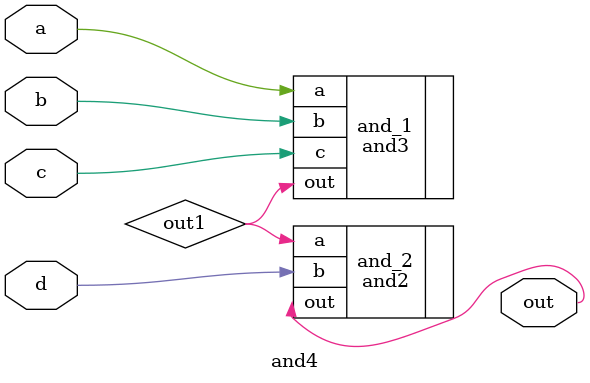
<source format=v>
module and4 (a, b, c, d, out);
    input a, b, c, d;
    output out;
    wire out1;

    and3 and_1 (.a(a), .b(b), .c(c), .out(out1));
    and2 and_2 (.a(out1), .b(d), .out(out));

endmodule

</source>
